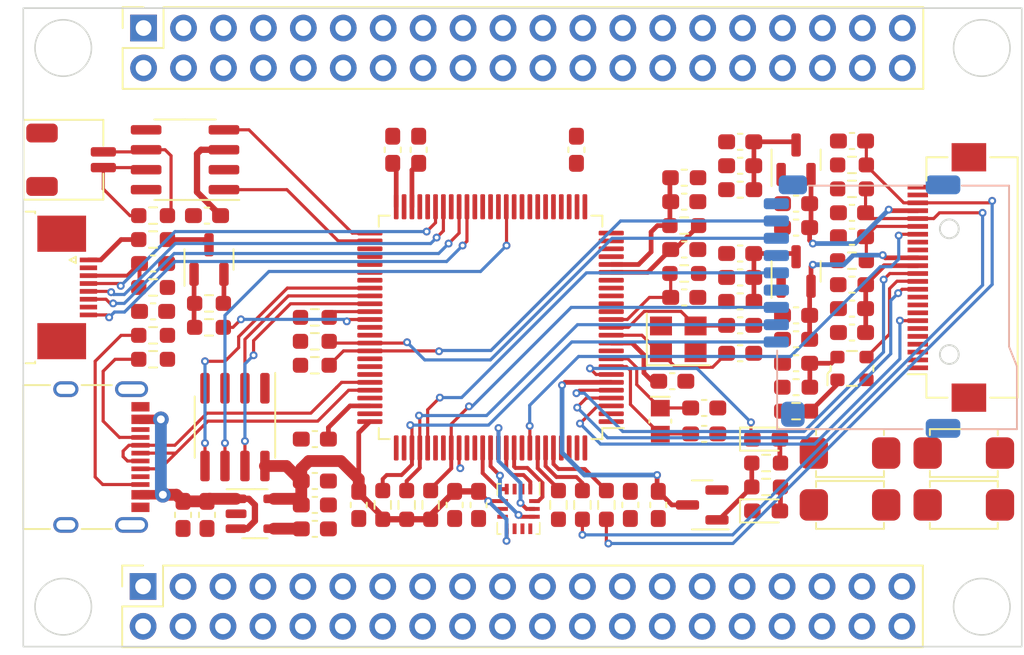
<source format=kicad_pcb>
(kicad_pcb (version 20211014) (generator pcbnew)
  (layers (0 "F.Cu" signal) (1 "In1.Cu" signal) (2 "In2.Cu" signal) (31 "B.Cu" signal) (34 "B.Paste" user) (35 "F.Paste" user) (36 "B.SilkS" user "B.Silkscreen") (37 "F.SilkS" user "F.Silkscreen") (38 "B.Mask" user) (39 "F.Mask" user) (44 "Edge.Cuts" user))
  (net 0 "")
  (net 1 "+3.3V")
  (net 2 "GND")
  (net 3 "/OV_RESET")
  (net 4 "Net-(C4-Pad1)")
  (net 5 "Net-(C5-Pad1)")
  (net 6 "Net-(C10-Pad1)")
  (net 7 "Net-(C7-Pad2)")
  (net 8 "+2V8")
  (net 9 "/1V3")
  (net 10 "Net-(C15-Pad1)")
  (net 11 "Net-(C16-Pad1)")
  (net 12 "/OSC_IN")
  (net 13 "/OSC32_IN")
  (net 14 "/OSC32_OUT")
  (net 15 "/VDDA")
  (net 16 "/VREF")
  (net 17 "/VBAT")
  (net 18 "/OSC_OUT")
  (net 19 "Net-(C31-Pad1)")
  (net 20 "Net-(C32-Pad1)")
  (net 21 "/RST")
  (net 22 "+5V")
  (net 23 "Net-(C38-Pad1)")
  (net 24 "Net-(C40-Pad1)")
  (net 25 "/VBAT_EXT")
  (net 26 "/PC13")
  (net 27 "Net-(D2-Pad2)")
  (net 28 "Net-(D3-Pad2)")
  (net 29 "/DCMI_VS")
  (net 30 "/PD14")
  (net 31 "/DCMI_HS")
  (net 32 "/DCMI_D7")
  (net 33 "Net-(J1-Pad13)")
  (net 34 "/DCMI_D6")
  (net 35 "/DCMI_D5")
  (net 36 "/DCMI_PCLK")
  (net 37 "/DCMI_D4")
  (net 38 "/DCMI_D0")
  (net 39 "/DCMI_D3")
  (net 40 "/DCMI_D1")
  (net 41 "/DCMI_D2")
  (net 122 "Net-(Q1-Pad1)")
  (net 123 "Net-(Q1-Pad3)")
  (net 124 "Net-(R1-Pad2)")
  (net 125 "Net-(R4-Pad1)")
  (net 126 "Net-(R5-Pad1)")
  (net 127 "/PB8")
  (net 128 "/PB9")
  (net 129 "/BOOT0")
  (net 130 "/CAN_H")
  (net 131 "/PC9")
  (net 132 "/CAN_L")
  (net 133 "/PC8")
  (net 134 "/PD2")
  (net 135 "/PC11")
  (net 136 "/PC10")
  (net 137 "/PD15")
  (net 138 "Net-(R25-Pad2)")
  (net 139 "/PC12")
  (net 141 "/KEY_A")
  (net 142 "/KEY_B")
  (net 143 "/PE15")
  (net 144 "/PE14")
  (net 145 "/PE12")
  (net 146 "/PE11")
  (net 147 "/CAN_RX")
  (net 150 "/CAN_TX")
  (net 154 "/PE2")
  (net 155 "/PE3")
  (net 156 "/PC0")
  (net 157 "/PC1")
  (net 158 "/PC2")
  (net 159 "/PC3")
  (net 160 "/PA0")
  (net 161 "/PA1")
  (net 162 "/PA2")
  (net 163 "/PA3")
  (net 164 "/PA5")
  (net 165 "/PA7")
  (net 166 "/PC4")
  (net 167 "/PC5")
  (net 168 "/PB0")
  (net 169 "/PB1")
  (net 170 "/PB2")
  (net 171 "/PE7")
  (net 172 "/PE8")
  (net 173 "/PE9")
  (net 174 "/PE10")
  (net 175 "/PE13")
  (net 176 "/PB10")
  (net 177 "/PB11")
  (net 178 "/PB14")
  (net 179 "/PB15")
  (net 180 "/PD8")
  (net 181 "/PD9")
  (net 182 "/PD10")
  (net 183 "/PD11")
  (net 184 "/PD12")
  (net 185 "/PD13")
  (net 186 "/PA8")
  (net 187 "/PA9")
  (net 188 "/PA10")
  (net 189 "/PA11")
  (net 190 "/PA12")
  (net 191 "/SWDIO")
  (net 192 "/SWCLK")
  (net 193 "/PA15")
  (net 194 "/PD0")
  (net 195 "/PD1")
  (net 196 "/PD4")
  (net 197 "/PD5")
  (net 198 "/PD6")
  (net 199 "/PD7")
  (net 200 "/PB3")
  (net 201 "/PB4")
  (net 202 "/PB5")
  (net 203 "/PB6")
  (footprint "Inductor_SMD:L_0603_1608Metric_Pad1.05x0.95mm_HandSolder" (layer "F.Cu") (at 140.335 128.0922)
    (fp_text reference "L3" hide)
    (fp_text value "500Ω@100MHz" hide)
  )
  (footprint "Resistor_SMD:R_0603_1608Metric_Pad0.98x0.95mm_HandSolder" (layer "F.Cu") (at 112.014 142.113 90)
    (fp_text reference "R18" hide)
    (fp_text value "10K" hide)
  )
  (footprint "Resistor_SMD:R_0603_1608Metric_Pad0.98x0.95mm_HandSolder" (layer "F.Cu") (at 99.441 129.286 180)
    (fp_text reference "R23" hide)
    (fp_text value "10K" hide)
  )
  (footprint "Resistor_SMD:R_0603_1608Metric_Pad0.98x0.95mm_HandSolder" (layer "F.Cu") (at 95.885 123.698)
    (fp_text reference "R13" hide)
    (fp_text value "120R" hide)
  )
  (footprint "Resistor_SMD:R_0603_1608Metric_Pad0.98x0.95mm_HandSolder" (layer "F.Cu") (at 95.885 128.27 180)
    (fp_text reference "R24" hide)
    (fp_text value "4.7K" hide)
  )
  (footprint "ADel:SW_3x4" (layer "F.Cu") (at 147.447 142.113)
    (fp_text reference "SW4" hide)
    (fp_text value "KEY" hide)
  )
  (footprint "Inductor_SMD:L_0603_1608Metric_Pad1.05x0.95mm_HandSolder" (layer "F.Cu") (at 133.223 129.159)
    (fp_text reference "L2" hide)
    (fp_text value "500Ω@100MHz" hide)
  )
  (footprint "Capacitor_SMD:C_0603_1608Metric_Pad1.08x0.95mm_HandSolder" (layer "F.Cu") (at 133.223 120.523 180)
    (fp_text reference "C4" hide)
    (fp_text value "10uF" hide)
  )
  (footprint "Package_LGA:Bosch_LGA-14_3x2.5mm_P0.5mm" (layer "F.Cu") (at 119.126 142.367 -90)
    (fp_text reference "U3" hide)
    (fp_text value "BMI270" hide)
  )
  (footprint "Capacitor_SMD:C_0603_1608Metric_Pad1.08x0.95mm_HandSolder" (layer "F.Cu") (at 99.314 142.748 -90)
    (fp_text reference "C37" hide)
    (fp_text value "100nF" hide)
  )
  (footprint "Capacitor_SMD:C_0603_1608Metric_Pad1.08x0.95mm_HandSolder" (layer "F.Cu") (at 115.062 142.113 -90)
    (fp_text reference "C1" hide)
    (fp_text value "100nF" hide)
  )
  (footprint "Capacitor_SMD:C_0603_1608Metric_Pad1.08x0.95mm_HandSolder" (layer "F.Cu") (at 106.172 143.637)
    (fp_text reference "C40" hide)
    (fp_text value "2.2uF" hide)
  )
  (footprint "Package_TO_SOT_SMD:SOT-23" (layer "F.Cu") (at 99.441 126.492 90)
    (fp_text reference "Q1" hide)
    (fp_text value "S8550" hide)
  )
  (footprint "Resistor_SMD:R_0603_1608Metric_Pad0.98x0.95mm_HandSolder" (layer "F.Cu") (at 140.335 120.4722 180)
    (fp_text reference "R7" hide)
    (fp_text value "4.7K" hide)
  )
  (footprint "Capacitor_SMD:C_0603_1608Metric_Pad1.08x0.95mm_HandSolder" (layer "F.Cu") (at 133.223 130.683)
    (fp_text reference "C27" hide)
    (fp_text value "20pF" hide)
  )
  (footprint "ADel:SW_3x4" (layer "F.Cu") (at 140.208 142.113)
    (fp_text reference "SW2" hide)
    (fp_text value "KEY" hide)
  )
  (footprint "Capacitor_SMD:C_0603_1608Metric_Pad1.08x0.95mm_HandSolder" (layer "F.Cu") (at 130.937 137.5918 180)
    (fp_text reference "C21" hide)
    (fp_text value "12pF" hide)
  )
  (footprint "Resistor_SMD:R_0603_1608Metric_Pad0.98x0.95mm_HandSolder" (layer "F.Cu") (at 140.335 121.9962 180)
    (fp_text reference "R6" hide)
    (fp_text value "4.7K" hide)
  )
  (footprint "Capacitor_SMD:C_0603_1608Metric_Pad1.08x0.95mm_HandSolder" (layer "F.Cu") (at 106.172 140.589)
    (fp_text reference "C39" hide)
    (fp_text value "100nF" hide)
  )
  (footprint "Crystal:Crystal_SMD_3225-4Pin_3.2x2.5mm" (layer "F.Cu") (at 129.286 131.572)
    (fp_text reference "Y1" hide)
    (fp_text value "25MHz" hide)
  )
  (footprint "Resistor_SMD:R_0603_1608Metric_Pad0.98x0.95mm_HandSolder" (layer "F.Cu") (at 110.49 142.113 90)
    (fp_text reference "R19" hide)
    (fp_text value "10K" hide)
  )
  (footprint "Capacitor_SMD:C_0603_1608Metric_Pad1.08x0.95mm_HandSolder" (layer "F.Cu") (at 140.335 123.5202 180)
    (fp_text reference "C15" hide)
    (fp_text value "100pF" hide)
  )
  (footprint "Package_TO_SOT_SMD:SOT-23" (layer "F.Cu") (at 136.779 127.254 90)
    (fp_text reference "U2" hide)
    (fp_text value "XC6206P132MR" hide)
  )
  (footprint "LED_SMD:LED_0603_1608Metric_Pad1.05x0.95mm_HandSolder" (layer "F.Cu") (at 134.874 142.494)
    (fp_text reference "D3" hide)
    (fp_text value "LED" hide)
  )
  (footprint "Capacitor_SMD:C_0603_1608Metric_Pad1.08x0.95mm_HandSolder" (layer "F.Cu") (at 122.809 119.507 90)
    (fp_text reference "C26" hide)
    (fp_text value "100nF" hide)
  )
  (footprint "Capacitor_SMD:C_0603_1608Metric_Pad1.08x0.95mm_HandSolder" (layer "F.Cu") (at 133.223 126.111 180)
    (fp_text reference "C9" hide)
    (fp_text value "100nF" hide)
  )
  (footprint "Package_TO_SOT_SMD:SOT-23" (layer "F.Cu") (at 130.81 142.113 180)
    (fp_text reference "D1" hide)
    (fp_text value "BAT54C" hide)
  )
  (footprint "Capacitor_SMD:C_0603_1608Metric_Pad1.08x0.95mm_HandSolder" (layer "F.Cu") (at 95.885 126.746)
    (fp_text reference "C38" hide)
    (fp_text value "4.7uF" hide)
  )
  (footprint "Resistor_SMD:R_0603_1608Metric_Pad0.98x0.95mm_HandSolder" (layer "F.Cu") (at 99.441 130.81 180)
    (fp_text reference "R20" hide)
    (fp_text value "1K" hide)
  )
  (footprint "Capacitor_SMD:C_0603_1608Metric_Pad1.08x0.95mm_HandSolder" (layer "F.Cu") (at 136.779 133.096)
    (fp_text reference "C7" hide)
    (fp_text value "100nF" hide)
  )
  (footprint "Resistor_SMD:R_0603_1608Metric_Pad0.98x0.95mm_HandSolder" (layer "F.Cu") (at 121.666 142.113 90)
    (fp_text reference "R11" hide)
    (fp_text value "10K" hide)
  )
  (footprint "ADel:TYPE-C-16PIN_SMD" (layer "F.Cu") (at 96.186 139.085 -90)
    (fp_text reference "USB1" hide)
    (fp_text value "Type_C_16PIN" hide)
  )
  (footprint "ADel:OV2640_FPC0.5MM_24P_REVERSE" (layer "F.Cu") (at 146.37 127.635 90)
    (fp_text reference "J1" hide)
    (fp_text value "OV2640" hide)
  )
  (footprint "Resistor_SMD:R_0603_1608Metric_Pad0.98x0.95mm_HandSolder" (layer "F.Cu") (at 123.19 142.113 90)
    (fp_text reference "R8" hide)
    (fp_text value "39R" hide)
  )
  (footprint "Package_QFP:LQFP-100_14x14mm_P0.5mm" (layer "F.Cu") (at 117.348 130.81 180)
    (fp_text reference "U4" hide)
    (fp_text value "STM32H7B0VBT6" hide)
  )
  (footprint "Resistor_SMD:R_0603_1608Metric_Pad0.98x0.95mm_HandSolder" (layer "F.Cu") (at 129.667 124.333)
    (fp_text reference "R10" hide)
    (fp_text value "0R" hide)
  )
  (footprint "Capacitor_SMD:C_0603_1608Metric_Pad1.08x0.95mm_HandSolder" (layer "F.Cu") (at 128.905 134.239)
    (fp_text reference "C20" hide)
    (fp_text value "100nF" hide)
  )
  (footprint "Package_TO_SOT_SMD:SOT-23-5" (layer "F.Cu") (at 102.362 142.674)
    (fp_text reference "U6" hide)
    (fp_text value "SPX3819M5-L-3-3" hide)
  )
  (footprint "Resistor_SMD:R_0603_1608Metric_Pad0.98x0.95mm_HandSolder" (layer "F.Cu") (at 106.172 130.175 180)
    (fp_text reference "R3" hide)
    (fp_text value "10K" hide)
  )
  (footprint "Resistor_SMD:R_0603_1608Metric_Pad0.98x0.95mm_HandSolder" (layer "F.Cu") (at 113.538 142.113 90)
    (fp_text reference "R17" hide)
    (fp_text value "10K" hide)
  )
  (footprint "Capacitor_SMD:C_0603_1608Metric_Pad1.08x0.95mm_HandSolder" (layer "F.Cu") (at 97.79 142.748 -90)
    (fp_text reference "C35" hide)
    (fp_text value "10uF" hide)
  )
  (footprint "Capacitor_SMD:C_0603_1608Metric_Pad1.08x0.95mm_HandSolder" (layer "F.Cu") (at 136.779 122.936 180)
    (fp_text reference "C11" hide)
    (fp_text value "10uF" hide)
  )
  (footprint "Capacitor_SMD:C_0603_1608Metric_Pad1.08x0.95mm_HandSolder" (layer "F.Cu") (at 126.238 142.113 -90)
    (fp_text reference "C19" hide)
    (fp_text value "100nF" hide)
  )
  (footprint "Capacitor_SMD:C_0603_1608Metric_Pad1.08x0.95mm_HandSolder" (layer "F.Cu") (at 95.885 129.794)
    (fp_text reference "C36" hide)
    (fp_text value "100nF" hide)
  )
  (footprint "Resistor_SMD:R_0603_1608Metric_Pad0.98x0.95mm_HandSolder" (layer "F.Cu") (at 95.885 131.318)
    (fp_text reference "R5" hide)
    (fp_text value "5.1K" hide)
  )
  (footprint "Capacitor_SMD:C_0603_1608Metric_Pad1.08x0.95mm_HandSolder" (layer "F.Cu") (at 128.016 142.113 -90)
    (fp_text reference "C25" hide)
    (fp_text value "100nF" hide)
  )
  (footprint "Capacitor_SMD:C_0603_1608Metric_Pad1.08x0.95mm_HandSolder" (layer "F.Cu") (at 116.586 142.113 -90)
    (fp_text reference "C3" hide)
    (fp_text value "100nF" hide)
  )
  (footprint "Inductor_SMD:L_0603_1608Metric_Pad1.05x0.95mm_HandSolder" (layer "F.Cu") (at 136.779 134.62)
    (fp_text reference "L4" hide)
    (fp_text value "500Ω@100MHz" hide)
  )
  (footprint "Capacitor_SMD:C_0603_1608Metric_Pad1.08x0.95mm_HandSolder" (layer "F.Cu") (at 106.172 142.113)
    (fp_text reference "C41" hide)
    (fp_text value "10uF" hide)
  )
  (footprint "Package_TO_SOT_SMD:SOT-23" (layer "F.Cu") (at 136.779 120.142 90)
    (fp_text reference "U1" hide)
    (fp_text value "XC6206P282MR" hide)
  )
  (footprint "Capacitor_SMD:C_0603_1608Metric_Pad1.08x0.95mm_HandSolder" (layer "F.Cu") (at 130.937 135.9408 180)
    (fp_text reference "C22" hide)
    (fp_text value "12pF" hide)
  )
  (footprint "Resistor_SMD:R_0603_1608Metric_Pad0.98x0.95mm_HandSolder" (layer "F.Cu") (at 106.172 133.223)
    (fp_text reference "R14" hide)
    (fp_text value "10K" hide)
  )
  (footprint "Capacitor_SMD:C_0603_1608Metric_Pad1.08x0.95mm_HandSolder" (layer "F.Cu") (at 140.335 118.9482 180)
    (fp_text reference "C16" hide)
    (fp_text value "100pF" hide)
  )
  (footprint "Crystal:Crystal_SMD_MicroCrystal_CM9V-T1A-2Pin_1.6x1.0mm_HandSoldering" (layer "F.Cu") (at 128.143 136.779 -90)
    (fp_text reference "Y2" hide)
    (fp_text value "32768" hide)
  )
  (footprint "Capacitor_SMD:C_0603_1608Metric_Pad1.08x0.95mm_HandSolder" (layer "F.Cu") (at 136.779 131.572 180)
    (fp_text reference "C14" hide)
    (fp_text value "100nF" hide)
  )
  (footprint "Capacitor_SMD:C_0603_1608Metric_Pad1.08x0.95mm_HandSolder" (layer "F.Cu") (at 133.223 127.635 180)
    (fp_text reference "C5" hide)
    (fp_text value "10uF" hide)
  )
  (footprint "Capacitor_SMD:C_0603_1608Metric_Pad1.08x0.95mm_HandSolder" (layer "F.Cu") (at 129.667 125.857)
    (fp_text reference "C29" hide)
    (fp_text value "100nF" hide)
  )
  (footprint "Capacitor_SMD:C_0603_1608Metric_Pad1.08x0.95mm_HandSolder" (layer "F.Cu") (at 112.776 119.507 90)
    (fp_text reference "C31" hide)
    (fp_text value "2.2uF" hide)
  )
  (footprint "Resistor_SMD:R_0603_1608Metric_Pad0.98x0.95mm_HandSolder" (layer "F.Cu") (at 106.172 131.699)
    (fp_text reference "R16" hide)
    (fp_text value "10K" hide)
  )
  (footprint "Package_SO:SOIC-8_3.9x4.9mm_P1.27mm" (layer "F.Cu") (at 97.917 120.142 180)
    (fp_text reference "U5" hide)
    (fp_text value "SN65HVD232" hide)
  )
  (footprint "Connector_PinSocket_2.54mm:PinSocket_2x20_P2.54mm_Vertical" (layer "F.Cu") (at 95.28 111.76 90)
    (fp_text reference "J3" hide)
    (fp_text value "Conn_02x20_Counter_Clockwise" hide)
  )
  (footprint "Capacitor_SMD:C_0603_1608Metric_Pad1.08x0.95mm_HandSolder" (layer "F.Cu") (at 99.314 123.698 180)
    (fp_text reference "C34" hide)
    (fp_text value "100nF" hide)
  )
  (footprint "Capacitor_SMD:C_0603_1608Metric_Pad1.08x0.95mm_HandSolder" (layer "F.Cu") (at 140.335 129.6162 180)
    (fp_text reference "C10" hide)
    (fp_text value "100nF" hide)
  )
  (footprint "Resistor_SMD:R_0603_1608Metric_Pad0.98x0.95mm_HandSolder" (layer "F.Cu") (at 95.885 132.842)
    (fp_text reference "R4" hide)
    (fp_text value "5.1K" hide)
  )
  (footprint "Capacitor_SMD:C_0603_1608Metric_Pad1.08x0.95mm_HandSolder" (layer "F.Cu") (at 140.335 131.1402 180)
    (fp_text reference "C6" hide)
    (fp_text value "10uF" hide)
  )
  (footprint "Inductor_SMD:L_0603_1608Metric_Pad1.05x0.95mm_HandSolder" (layer "F.Cu") (at 129.667 121.285 180)
    (fp_text reference "L5" hide)
    (fp_text value "500Ω@100MHz" hide)
  )
  (footprint "Package_SO:SOIC-8_3.9x4.9mm_P1.27mm" (layer "F.Cu") (at 101.092 137.16 -90)
    (fp_text reference "U7" hide)
    (fp_text value "W25QXX_FLASH" hide)
  )
  (footprint "Capacitor_SMD:C_0603_1608Metric_Pad1.08x0.95mm_HandSolder" (layer "F.Cu") (at 129.667 122.809)
    (fp_text reference "C28" hide)
    (fp_text value "100nF" hide)
  )
  (footprint "Resistor_SMD:R_0603_1608Metric_Pad0.98x0.95mm_HandSolder" (layer "F.Cu") (at 124.714 142.113 90)
    (fp_text reference "R9" hide)
    (fp_text value "39R" hide)
  )
  (footprint "Capacitor_SMD:C_0603_1608Metric_Pad1.08x0.95mm_HandSolder" (layer "F.Cu") (at 140.335 125.0442 180)
    (fp_text reference "C2" hide)
    (fp_text value "1uF" hide)
  )
  (footprint "ADel:SW_3x4" (layer "F.Cu") (at 147.447 138.811)
    (fp_text reference "SW3" hide)
    (fp_text value "KEY" hide)
  )
  (footprint "Resistor_SMD:R_0603_1608Metric_Pad0.98x0.95mm_HandSolder" (layer "F.Cu") (at 134.874 139.446)
    (fp_text reference "R21" hide)
    (fp_text value "2K" hide)
  )
  (footprint "Capacitor_SMD:C_0603_1608Metric_Pad1.08x0.95mm_HandSolder" (layer "F.Cu") (at 129.667 128.905)
    (fp_text reference "C33" hide)
    (fp_text value "100nF" hide)
  )
  (footprint "Capacitor_SMD:C_0603_1608Metric_Pad1.08x0.95mm_HandSolder" (layer "F.Cu") (at 106.172 137.922 180)
    (fp_text reference "C32" hide)
    (fp_text value "2.2uF" hide)
  )
  (footprint "Resistor_SMD:R_0603_1608Metric_Pad0.98x0.95mm_HandSolder" (layer "F.Cu") (at 140.335 126.5682)
    (fp_text reference "R2" hide)
    (fp_text value "10K" hide)
  )
  (footprint "Capacitor_SMD:C_0603_1608Metric_Pad1.08x0.95mm_HandSolder" (layer "F.Cu") (at 136.779 124.46 180)
    (fp_text reference "C13" hide)
    (fp_text value "100nF" hide)
  )
  (footprint "Connector_PinSocket_2.54mm:PinSocket_2x20_P2.54mm_Vertical" (layer "F.Cu") (at 95.25 147.3 90)
    (fp_text reference "J2" hide)
    (fp_text value "Conn_02x20_Counter_Clockwise" hide)
  )
  (footprint "ADel:SH1.0_01x02P_WT" (layer "F.Cu") (at 92.721 120.142 -90)
    (fp_text reference "J4" hide)
    (fp_text value "Conn_01x02_Male" hide)
  )
  (footprint "Oscillator:Oscillator_SMD_ECS_2520MV-xxx-xx-4Pin_2.5x2.0mm" (layer "F.Cu") (at 140.335 133.4262 90)
    (fp_text reference "X1" hide)
    (fp_text value "24M有源晶振2520" hide)
  )
  (footprint "Resistor_SMD:R_0603_1608Metric_Pad0.98x0.95mm_HandSolder" (layer "F.Cu") (at 95.885 125.222 180)
    (fp_text reference "R25" hide)
    (fp_text value "10R" hide)
  )
  (footprint "ADel:SW_3x4" (layer "F.Cu") (at 140.208 138.811 180)
    (fp_text reference "SW1" hide)
    (fp_text value "KEY" hide)
  )
  (footprint "Resistor_SMD:R_0603_1608Metric_Pad0.98x0.95mm_HandSolder" (layer "F.Cu") (at 129.667 127.381 180)
    (fp_text reference "R12" hide)
    (fp_text value "10K" hide)
  )
  (footprint "Resistor_SMD:R_0603_1608Metric_Pad0.98x0.95mm_HandSolder" (layer "F.Cu") (at 136.779 136.144)
    (fp_text reference "R1" hide)
    (fp_text value "10K" hide)
  )
  (footprint "Capacitor_SMD:C_0603_1608Metric_Pad1.08x0.95mm_HandSolder" (layer "F.Cu") (at 133.223 132.461 180)
    (fp_text reference "C18" hide)
    (fp_text value "20pF" hide)
  )
  (footprint "Resistor_SMD:R_0603_1608Metric_Pad0.98x0.95mm_HandSolder" (layer "F.Cu") (at 134.874 140.97)
    (fp_text reference "R22" hide)
    (fp_text value "2K" hide)
  )
  (footprint "Connector_FFC-FPC:TE_0-1734839-8_1x08-1MP_P0.5mm_Horizontal" (layer "F.Cu") (at 90.424 128.27 -90)
    (fp_text reference "TFT1" hide)
    (fp_text value "0.96IPS_8PFPC0.5MM" hide)
  )
  (footprint "Capacitor_SMD:C_0603_1608Metric_Pad1.08x0.95mm_HandSolder" (layer "F.Cu") (at 133.223 118.999 180)
    (fp_text reference "C8" hide)
    (fp_text value "100nF" hide)
  )
  (footprint "Capacitor_SMD:C_0603_1608Metric_Pad1.08x0.95mm_HandSolder" (layer "F.Cu") (at 108.966 142.113 -90)
    (fp_text reference "C17" hide)
    (fp_text value "100nF" hide)
  )
  (footprint "LED_SMD:LED_0603_1608Metric_Pad1.05x0.95mm_HandSolder" (layer "F.Cu") (at 134.874 137.922)
    (fp_text reference "D2" hide)
    (fp_text value "LED" hide)
  )
  (footprint "Capacitor_SMD:C_0603_1608Metric_Pad1.08x0.95mm_HandSolder" (layer "F.Cu") (at 111.125 119.507 90)
    (fp_text reference "C30" hide)
    (fp_text value "100nF" hide)
  )
  (footprint "Capacitor_SMD:C_0603_1608Metric_Pad1.08x0.95mm_HandSolder" (layer "F.Cu") (at 136.779 130.048 180)
    (fp_text reference "C12" hide)
    (fp_text value "10uF" hide)
  )
  (footprint "Inductor_SMD:L_0603_1608Metric_Pad1.05x0.95mm_HandSolder" (layer "F.Cu") (at 133.223 122.047)
    (fp_text reference "L1" hide)
    (fp_text value "500Ω@100MHz" hide)
  )
  (footprint "ADel:TF_CARD" (layer "B.Cu") (at 136.0742 129.54 -90)
    (fp_text reference "SD1" hide)
    (fp_text value "TF-Card" hide)
    (fp_circle (center 3 -10.45) (end 3.6 -10.45) (layer "Edge.Cuts") (width 0.12) (fill none))
    (fp_circle (center -5 -10.45) (end -4.4 -10.45) (layer "Edge.Cuts") (width 0.12) (fill none))
  )
  (gr_circle (center 148.59 148.59) (end 149.86 149.86) (layer "Edge.Cuts") (width 0.1) (fill none))
  (gr_circle (center 90.17 113.03) (end 91.44 114.3) (layer "Edge.Cuts") (width 0.1) (fill none))
  (gr_circle (center 148.59 113.03) (end 149.86 114.3) (layer "Edge.Cuts") (width 0.1) (fill none))
  (gr_circle (center 90.17 148.59) (end 91.44 149.86) (layer "Edge.Cuts") (width 0.1) (fill none))
  (gr_rect (start 87.63 110.49) (end 151.13 151.13) (layer "Edge.Cuts") (width 0.1) (fill none))
  (segment (start 117.2025 141.867) (end 116.586 141.2505) (width 0.25) (layer "F.Cu") (net 1))
  (segment (start 113.538 142.7745) (end 115.062 141.2505) (width 0.4) (layer "F.Cu") (net 1))
  (segment (start 127.1016 133.7056) (end 127.635 134.239) (width 0.3) (layer "F.Cu") (net 1))
  (segment (start 109.673 136.81) (end 108.966 137.517) (width 0.3) (layer "F.Cu") (net 1))
  (segment (start 108.966 137.517) (end 108.966 141.2505) (width 0.3) (layer "F.Cu") (net 1))
  (segment (start 110.49 142.875) (end 110.49 143.0255) (width 0.4) (layer "F.Cu") (net 1))
  (segment (start 127.635 134.239) (end 128.0425 134.239) (width 0.3) (layer "F.Cu") (net 1))
  (segment (start 131.8685 143.063) (end 133.9615 140.97) (width 0.3) (layer "F.Cu") (net 1))
  (segment (start 108.966 140.462) (end 108.966 141.2505) (width 0.75) (layer "F.Cu") (net 1))
  (segment (start 104.3555 139.635) (end 105.3095 140.589) (width 0.75) (layer "F.Cu") (net 1))
  (segment (start 102.997 139.635) (end 104.3555 139.635) (width 0.75) (layer "F.Cu") (net 1))
  (segment (start 98.933 119.507) (end 98.679 119.761) (width 0.4) (layer "F.Cu") (net 1))
  (segment (start 108.966 141.351) (end 110.49 142.875) (width 0.4) (layer "F.Cu") (net 1))
  (segment (start 125.023 131.81) (end 126.349 131.81) (width 0.3) (layer "F.Cu") (net 1))
  (segment (start 105.3095 140.589) (end 105.3095 139.8005) (width 0.75) (layer "F.Cu") (net 1))
  (segment (start 115.062 141.2505) (end 116.586 141.2505) (width 0.4) (layer "F.Cu") (net 1))
  (segment (start 98.679 122.2005) (end 100.1765 123.698) (width 0.4) (layer "F.Cu") (net 1))
  (segment (start 118.376 144.387) (end 118.364 144.399) (width 0.25) (layer "F.Cu") (net 1))
  (segment (start 100.391 127.4295) (end 100.391 129.2485) (width 0.3) (layer "F.Cu") (net 1))
  (segment (start 100.392 119.507) (end 98.933 119.507) (width 0.4) (layer "F.Cu") (net 1))
  (segment (start 100.391 129.2485) (end 100.3535 129.286) (width 0.3) (layer "F.Cu") (net 1))
  (segment (start 108.966 141.2505) (end 108.966 141.351) (width 0.4) (layer "F.Cu") (net 1))
  (segment (start 111.348 123.135) (end 111.348 120.4005) (width 0.3) (layer "F.Cu") (net 1))
  (segment (start 118.376 143.6295) (end 118.376 144.387) (width 0.25) (layer "F.Cu") (net 1))
  (segment (start 98.679 119.761) (end 98.679 122.2005) (width 0.4) (layer "F.Cu") (net 1))
  (segment (start 133.9615 140.97) (end 133.9615 139.446) (width 0.3) (layer "F.Cu") (net 1))
  (segment (start 126.349 131.81) (end 127.1016 132.5626) (width 0.3) (layer "F.Cu") (net 1))
  (segment (start 105.3095 142.113) (end 105.3095 140.589) (width 0.75) (layer "F.Cu") (net 1))
  (segment (start 127.1016 132.5626) (end 127.1016 133.7056) (width 0.3) (layer "F.Cu") (net 1))
  (segment (start 104.9205 141.724) (end 105.3095 142.113) (width 0.75) (layer "F.Cu") (net 1))
  (segment (start 110.49 143.0255) (end 113.538 143.0255) (width 0.4) (layer "F.Cu") (net 1))
  (segment (start 105.3095 139.8005) (end 105.791 139.319) (width 0.75) (layer "F.Cu") (net 1))
  (segment (start 103.562 141.724) (end 104.9205 141.724) (width 0.75) (layer "F.Cu") (net 1))
  (segment (start 107.823 139.319) (end 108.966 140.462) (width 0.75) (layer "F.Cu") (net 1))
  (segment (start 131.7475 143.063) (end 131.8685 143.063) (width 0.3) (layer "F.Cu") (net 1))
  (segment (start 113.538 143.0255) (end 113.538 142.7745) (width 0.4) (layer "F.Cu") (net 1))
  (segment (start 118.1135 141.867) (end 117.2025 141.867) (width 0.25) (layer "F.Cu") (net 1))
  (segment (start 105.791 139.319) (end 107.823 139.319) (width 0.75) (layer "F.Cu") (net 1))
  (via (at 118.364 144.399) (size 0.5) (drill 0.25) (layers "F.Cu" "B.Cu") (net 1))
  (via (at 117.2025 141.867) (size 0.5) (drill 0.25) (layers "F.Cu" "B.Cu") (net 1))
  (segment (start 118.364 144.399) (end 118.364 143.0285) (width 0.25) (layer "B.Cu") (net 1))
  (segment (start 118.364 143.0285) (end 117.2025 141.867) (width 0.25) (layer "B.Cu") (net 1))
  (segment (start 141.2475 126.5682) (end 141.2475 125.0942) (width 0.2) (layer "F.Cu") (net 3))
  (segment (start 141.8567 124.385) (end 144.52 124.385) (width 0.2) (layer "F.Cu") (net 3))
  (segment (start 141.2475 125.0942) (end 141.1975 125.0442) (width 0.2) (layer "F.Cu") (net 3))
  (segment (start 141.1975 125.0442) (end 141.8567 124.385) (width 0.2) (layer "F.Cu") (net 3))
  (segment (start 134.0855 118.999) (end 136.5735 118.999) (width 0.3) (layer "F.Cu") (net 4))
  (segment (start 134.098 119.0115) (end 134.0855 118.999) (width 0.3) (layer "F.Cu") (net 4))
  (segment (start 134.098 122.047) (end 134.098 119.0115) (width 0.3) (layer "F.Cu") (net 4))
  (segment (start 136.5735 118.999) (end 136.779 119.2045) (width 0.3) (layer "F.Cu") (net 4))
  (segment (start 134.098 126.1235) (end 134.0855 126.111) (width 0.3) (layer "F.Cu") (net 5))
  (segment (start 136.5735 126.111) (end 136.779 126.3165) (width 0.3) (layer "F.Cu") (net 5))
  (segment (start 134.0855 126.111) (end 136.5735 126.111) (width 0.3) (layer "F.Cu") (net 5))
  (segment (start 134.098 129.159) (end 134.098 126.1235) (width 0.3) (layer "F.Cu") (net 5))
  (segment (start 141.21 128.0922) (end 141.21 131.1277) (width 0.3) (layer "F.Cu") (net 6))
  (segment (start 141.21 128.063281) (end 141.21 128.0922) (width 0.3) (layer "F.Cu") (net 6))
  (segment (start 144.52 126.885) (end 142.388281 126.885) (width 0.3) (layer "F.Cu") (net 6))
  (segment (start 142.388281 126.885) (end 141.21 128.063281) (width 0.3) (layer "F.Cu") (net 6))
  (segment (start 141.21 131.1277) (end 141.1975 131.1402) (width 0.3) (layer "F.Cu") (net 6))
  (segment (start 137.6415 133.096) (end 139.0152 133.096) (width 0.3) (layer "F.Cu") (net 7))
  (segment (start 137.654 133.1085) (end 137.6415 133.096) (width 0.3) (layer "F.Cu") (net 7))
  (segment (start 137.654 134.62) (end 137.654 133.1085) (width 0.3) (layer "F.Cu") (net 7))
  (segment (start 139.0152 133.096) (end 139.41 132.7012) (width 0.3) (layer "F.Cu") (net 7))
  (segment (start 137.729 121.0795) (end 137.729 124.3725) (width 0.3) (layer "F.Cu") (net 8))
  (segment (start 137.6415 125.2717) (end 137.8458 125.476) (width 0.3) (layer "F.Cu") (net 8))
  (segment (start 137.6415 124.46) (end 137.6415 125.2717) (width 0.3) (layer "F.Cu") (net 8))
  (segment (start 142.6718 123.317) (end 142.7398 123.385) (width 0.3) (layer "F.Cu") (net 8))
  (segment (start 137.729 124.3725) (end 137.6415 124.46) (width 0.3) (layer "F.Cu") (net 8))
  (segment (start 142.7398 123.385) (end 144.52 123.385) (width 0.3) (layer "F.Cu") (net 8))
  (via (at 142.6718 123.317) (size 0.5) (drill 0.25) (layers "F.Cu" "B.Cu") (net 8))
  (via (at 137.8458 125.476) (size 0.5) (drill 0.25) (layers "F.Cu" "B.Cu") (net 8))
  (segment (start 137.8458 125.476) (end 140.5128 125.476) (width 0.3) (layer "B.Cu") (net 8))
  (segment (start 140.5128 125.476) (end 142.6718 123.317) (width 0.3) (layer "B.Cu") (net 8))
  (segment (start 137.6415 131.572) (end 137.6415 128.279) (width 0.3) (layer "F.Cu") (net 9))
  (segment (start 137.6415 128.279) (end 137.729 128.1915) (width 0.3) (layer "F.Cu") (net 9))
  (segment (start 137.729 128.1915) (end 137.729 126.939) (width 0.3) (layer "F.Cu") (net 9))
  (segment (start 142.2908 126.2126) (end 142.4632 126.385) (width 0.3) (layer "F.Cu") (net 9))
  (segment (start 137.729 126.939) (end 137.8458 126.8222) (width 0.3) (layer "F.Cu") (net 9))
  (segment (start 142.4632 126.385) (end 144.52 126.385) (width 0.3) (layer "F.Cu") (net 9))
  (via (at 142.2908 126.2126) (size 0.5) (drill 0.25) (layers "F.Cu" "B.Cu") (net 9))
  (via (at 137.8458 126.8222) (size 0.5) (drill 0.25) (layers "F.Cu" "B.Cu") (net 9))
  (segment (start 140.4239 126.2126) (end 139.8143 126.8222) (width 0.3) (layer "B.Cu") (net 9))
  (segment (start 142.2908 126.2126) (end 140.4239 126.2126) (width 0.3) (layer "B.Cu") (net 9))
  (segment (start 139.8143 126.8222) (end 137.8458 126.8222) (width 0.3) (layer "B.Cu") (net 9))
  (segment (start 141.1975 123.5202) (end 141.1975 122.0462) (width 0.2) (layer "F.Cu") (net 10))
  (segment (start 145.8976 123.5202) (end 145.5328 123.885) (width 0.2) (layer "F.Cu") (net 10))
  (segment (start 148.6408 123.5202) (end 145.8976 123.5202) (width 0.2) (layer "F.Cu") (net 10))
  (segment (start 123.19 143.0255) (end 123.19 144.018) (width 0.2) (layer "F.Cu") (net 10))
  (segment (start 141.5623 123.885) (end 141.1975 123.5202) (width 0.2) (layer "F.Cu") (net 10))
  (segment (start 141.1975 122.0462) (end 141.2475 121.9962) (width 0.2) (layer "F.Cu") (net 10))
  (segment (start 144.52 123.885) (end 141.5623 123.885) (width 0.2) (layer "F.Cu") (net 10))
  (segment (start 145.5328 123.885) (end 144.52 123.885) (width 0.2) (layer "F.Cu") (net 10))
  (via (at 148.6408 123.5202) (size 0.5) (drill 0.25) (layers "F.Cu" "B.Cu") (net 10))
  (via (at 123.19 144.018) (size 0.5) (drill 0.25) (layers "F.Cu" "B.Cu") (net 10))
  (segment (start 123.19 144.018) (end 132.746606 144.018) (width 0.2) (layer "B.Cu") (net 10))
  (segment (start 132.746606 144.018) (end 148.6408 128.123806) (width 0.2) (layer "B.Cu") (net 10))
  (segment (start 148.6408 128.123806) (end 148.6408 123.5202) (width 0.2) (layer "B.Cu") (net 10))
  (segment (start 141.2475 118.9982) (end 141.1975 118.9482) (width 0.2) (layer "F.Cu") (net 11))
  (segment (start 143.620978 122.885) (end 141.2475 120.511522) (width 0.2) (layer "F.Cu") (net 11))
  (segment (start 149.2504 122.7582) (end 149.1236 122.885) (width 0.2) (layer "F.Cu") (net 11))
  (segment (start 141.2475 120.4722) (end 141.2475 118.9982) (width 0.2) (layer "F.Cu") (net 11))
  (segment (start 144.52 122.885) (end 143.620978 122.885) (width 0.2) (layer "F.Cu") (net 11))
  (segment (start 124.714 143.0255) (end 124.714 144.4405) (width 0.2) (layer "F.Cu") (net 11))
  (segment (start 141.2475 120.511522) (end 141.2475 120.4722) (width 0.2) (layer "F.Cu") (net 11))
  (segment (start 124.714 144.4405) (end 124.841 144.5675) (width 0.2) (layer "F.Cu") (net 11))
  (segment (start 149.1236 122.885) (end 144.52 122.885) (width 0.2) (layer "F.Cu") (net 11))
  (via (at 149.2504 122.7582) (size 0.5) (drill 0.25) (layers "F.Cu" "B.Cu") (net 11))
  (via (at 124.841 144.5675) (size 0.5) (drill 0.25) (layers "F.Cu" "B.Cu") (net 11))
  (segment (start 149.2504 128.079212) (end 149.2504 122.7582) (width 0.2) (layer "B.Cu") (net 11))
  (segment (start 132.762112 144.5675) (end 149.2504 128.079212) (width 0.2) (layer "B.Cu") (net 11))
  (segment (start 124.841 144.5675) (end 132.762112 144.5675) (width 0.2) (layer "B.Cu") (net 11))
  (segment (start 128.086 132.422) (end 128.186 132.422) (width 0.2) (layer "F.Cu") (net 12))
  (segment (start 131.4704 133.35) (end 132.3594 132.461) (width 0.2) (layer "F.Cu") (net 12))
  (segment (start 129.114 133.35) (end 131.4704 133.35) (width 0.2) (layer "F.Cu") (net 12))
  (segment (start 126.974 131.31) (end 128.086 132.422) (width 0.2) (layer "F.Cu") (net 12))
  (segment (start 128.186 132.422) (end 129.114 133.35) (width 0.2) (layer "F.Cu") (net 12))
  (segment (start 132.3594 132.461) (end 132.3605 132.461) (width 0.2) (layer "F.Cu") (net 12))
  (segment (start 125.023 131.31) (end 126.974 131.31) (width 0.2) (layer "F.Cu") (net 12))
  (segment (start 128.1552 137.5918) (end 128.143 137.604) (width 0.2) (layer "F.Cu") (net 13))
  (segment (start 130.0745 137.5918) (end 128.1552 137.5918) (width 0.2) (layer "F.Cu") (net 13))
  (segment (start 126.24488 135.71908) (end 128.1298 137.604) (width 0.2) (layer "F.Cu") (net 13))
  (segment (start 126.24488 133.56008) (end 126.24488 135.71908) (width 0.2) (layer "F.Cu") (net 13))
  (segment (start 125.023 133.31) (end 125.9948 133.31) (width 0.2) (layer "F.Cu") (net 13))
  (segment (start 128.1298 137.604) (end 128.143 137.604) (width 0.2) (layer "F.Cu") (net 13))
  (segment (start 125.9948 133.31) (end 126.24488 133.56008) (width 0.2) (layer "F.Cu") (net 13))
  (segment (start 126.6444 133.3754) (end 126.6444 134.4554) (width 0.2) (layer "F.Cu") (net 14))
  (segment (start 130.0745 135.9408) (end 128.1562 135.9408) (width 0.2) (layer "F.Cu") (net 14))
  (segment (start 125.023 132.81) (end 126.079 132.81) (width 0.2) (layer "F.Cu") (net 14))
  (segment (start 128.1562 135.9408) (end 128.143 135.954) (width 0.2) (layer "F.Cu") (net 14))
  (segment (start 126.6444 134.4554) (end 128.143 135.954) (width 0.2) (layer "F.Cu") (net 14))
  (segment (start 126.079 132.81) (end 126.6444 133.3754) (width 0.2) (layer "F.Cu") (net 14))
  (segment (start 126.7582 126.81) (end 127.5588 126.0094) (width 0.3) (layer "F.Cu") (net 15))
  (segment (start 128.7545 124.333) (end 128.7545 121.3225) (width 0.3) (layer "F.Cu") (net 15))
  (segment (start 127.9652 124.333) (end 128.7545 124.333) (width 0.3) (layer "F.Cu") (net 15))
  (segment (start 125.023 126.81) (end 126.7582 126.81) (width 0.3) (layer "F.Cu") (net 15))
  (segment (start 127.5588 126.0094) (end 127.5588 124.7394) (width 0.3) (layer "F.Cu") (net 15))
  (segment (start 128.7545 121.3225) (end 128.792 121.285) (width 0.3) (layer "F.Cu") (net 15))
  (segment (start 127.5588 124.7394) (end 127.9652 124.333) (width 0.3) (layer "F.Cu") (net 15))
  (segment (start 129.0555 125.857) (end 130.5795 124.333) (width 0.3) (layer "F.Cu") (net 16))
  (segment (start 125.023 127.31) (end 127.3515 127.31) (width 0.3) (layer "F.Cu") (net 16))
  (segment (start 127.3515 127.31) (end 128.8045 125.857) (width 0.3) (layer "F.Cu") (net 16))
  (segment (start 128.8045 125.857) (end 129.0555 125.857) (width 0.3) (layer "F.Cu") (net 16))
  (segment (start 122.0776 134.31) (end 125.023 134.31) (width 0.3) (layer "F.Cu") (net 17))
  (segment (start 121.8946 134.493) (end 122.0776 134.31) (width 0.3) (layer "F.Cu") (net 17))
  (segment (start 128.8785 142.113) (end 128.016 141.2505) (width 0.3) (layer "F.Cu") (net 17))
  (segment (start 127.9398 141.1743) (end 128.016 141.2505) (width 0.3) (layer "F.Cu") (net 17))
  (segment (start 129.8725 142.113) (end 128.8785 142.113) (width 0.3) (layer "F.Cu") (net 17))
  (segment (start 127.9398 140.208) (end 127.9398 141.1743) (width 0.3) (layer "F.Cu") (net 17))
  (via (at 127.9398 140.208) (size 0.5) (drill 0.25) (layers "F.Cu" "B.Cu") (net 17))
  (via (at 121.8946 134.493) (size 0.5) (drill 0.25) (layers "F.Cu" "B.Cu") (net 17))
  (segment (start 121.8946 138.7856) (end 123.317 140.208) (width 0.3) (layer "B.Cu") (net 17))
  (segment (start 123.317 140.208) (end 127.9398 140.208) (width 0.3) (layer "B.Cu") (net 17))
  (segment (start 121.8946 134.493) (end 121.8946 138.7856) (width 0.3) (layer "B.Cu") (net 17))
  (segment (start 126.111 130.81) (end 127.127 129.794) (width 0.2) (layer "F.Cu") (net 18))
  (segment (start 129.458 129.794) (end 130.386 130.722) (width 0.2) (layer "F.Cu") (net 18))
  (segment (start 127.127 129.794) (end 129.458 129.794) (width 0.2) (layer "F.Cu") (net 18))
  (segment (start 130.386 130.722) (end 132.3215 130.722) (width 0.2) (layer "F.Cu") (net 18))
  (segment (start 132.3215 130.722) (end 132.3605 130.683) (width 0.2) (layer "F.Cu") (net 18))
  (segment (start 125.023 130.81) (end 126.111 130.81) (width 0.2) (layer "F.Cu") (net 18))
  (segment (start 112.348 123.135) (end 112.348 120.7975) (width 0.3) (layer "F.Cu") (net 19))
  (segment (start 112.348 120.7975) (end 112.776 120.3695) (width 0.3) (layer "F.Cu") (net 19))
  (segment (start 107.0345 137.1865) (end 107.0345 137.922) (width 0.3) (layer "F.Cu") (net 20))
  (segment (start 108.411 135.81) (end 107.0345 137.1865) (width 0.3) (layer "F.Cu") (net 20))
  (segment (start 109.673 135.81) (end 108.411 135.81) (width 0.3) (layer "F.Cu") (net 20))
  (segment (start 128.8045 128.905) (end 128.8045 127.431) (width 0.2) (layer "F.Cu") (net 21))
  (segment (start 128.8045 127.431) (end 128.7545 127.381) (width 0.2) (layer "F.Cu") (net 21))
  (segment (start 127.450994 128.905) (end 128.8045 128.905) (width 0.2) (layer "F.Cu") (net 21))
  (segment (start 126.045994 130.31) (end 127.450994 128.905) (width 0.2) (layer "F.Cu") (net 21))
  (segment (start 125.023 130.31) (end 126.045994 130.31) (width 0.2) (layer "F.Cu") (net 21))
  (segment (start 101.973 141.724) (end 102.362 142.113) (width 0.4) (layer "F.Cu") (net 22))
  (segment (start 102.362 143.129) (end 101.867 143.624) (width 0.4) (layer "F.Cu") (net 22))
  (segment (start 95.081 141.465) (end 96.507 141.465) (width 0.6) (layer "F.Cu") (net 22))
  (segment (start 95.081 136.665) (end 96.38 136.665) (width 0.6) (layer "F.Cu") (net 22))
  (segment (start 96.507 141.465) (end 97.3695 141.465) (width 0.75) (layer "F.Cu") (net 22))
  (segment (start 101.162 141.724) (end 101.973 141.724) (width 0.4) (layer "F.Cu") (net 22))
  (segment (start 101.162 141.724) (end 99.4755 141.724) (width 0.75) (layer "F.Cu") (net 22))
  (segment (start 102.362 142.113) (end 102.362 143.129) (width 0.4) (layer "F.Cu") (net 22))
  (segment (start 97.79 141.8855) (end 99.314 141.8855) (width 0.75) (layer "F.Cu") (net 22))
  (segment (start 97.3695 141.465) (end 97.79 141.8855) (width 0.75) (layer "F.Cu") (net 22))
  (segment (start 101.867 143.624) (end 101.162 143.624) (width 0.4) (layer "F.Cu") (net 22))
  (segment (start 99.4755 141.724) (end 99.314 141.8855) (width 0.75) (layer "F.Cu") (net 22))
  (via (at 96.507 141.465) (size 1) (drill 0.5) (layers "F.Cu" "B.Cu") (net 22))
  (via (at 96.38 136.665) (size 1) (drill 0.5) (layers "F.Cu" "B.Cu") (net 22))
  (segment (start 96.38 136.665) (end 96.38 141.338) (width 0.75) (layer "B.Cu") (net 22))
  (segment (start 96.38 141.338) (end 96.507 141.465) (width 0.75) (layer "B.Cu") (net 22))
  (segment (start 94.742 128.27) (end 94.9725 128.27) (width 0.25) (layer "F.Cu") (net 23))
  (segment (start 95.0225 126.746) (end 95.0225 128.22) (width 0.25) (layer "F.Cu") (net 23))
  (segment (start 91.774 127.52) (end 94.2485 127.52) (width 0.25) (layer "F.Cu") (net 23))
  (segment (start 94.2485 127.52) (end 95.0225 126.746) (width 0.25) (layer "F.Cu") (net 23))
  (segment (start 95.0225 128.22) (end 94.9725 128.27) (width 0.25) (layer "F.Cu") (net 23))
  (segment (start 105.2965 143.624) (end 105.3095 143.637) (width 0.75) (layer "F.Cu") (net 24))
  (segment (start 103.562 143.624) (end 105.2965 143.624) (width 0.75) (layer "F.Cu") (net 24))
  (segment (start 123.6726 133.4262) (end 124.0564 133.81) (width 0.2) (layer "F.Cu") (net 26))
  (segment (start 124.0564 133.81) (end 125.023 133.81) (width 0.2) (layer "F.Cu") (net 26))
  (segment (start 133.9088 137.8318) (end 133.999 137.922) (width 0.2) (layer "F.Cu") (net 26))
  (segment (start 133.9088 136.8552) (end 133.9088 137.8318) (width 0.2) (layer "F.Cu") (net 26))
  (via (at 133.9088 136.8552) (size 0.5) (drill 0.25) (layers "F.Cu" "B.Cu") (net 26))
  (via (at 123.6726 133.4262) (size 0.5) (drill 0.25) (layers "F.Cu" "B.Cu") (net 26))
  (segment (start 130.4798 133.4262) (end 133.9088 136.8552) (width 0.2) (layer "B.Cu") (net 26))
  (segment (start 123.6726 133.4262) (end 130.4798 133.4262) (width 0.2) (layer "B.Cu") (net 26))
  (segment (start 135.749 139.4085) (end 135.7865 139.446) (width 0.3) (layer "F.Cu") (net 27))
  (segment (start 135.749 137.922) (end 135.749 139.4085) (width 0.3) (layer "F.Cu") (net 27))
  (segment (start 135.7865 142.4565) (end 135.749 142.494) (width 0.3) (layer "F.Cu") (net 28))
  (segment (start 135.7865 140.97) (end 135.7865 142.4565) (width 0.3) (layer "F.Cu") (net 28))
  (segment (start 119.848 137.0946) (end 119.8372 137.0838) (width 0.2) (layer "F.Cu") (net 29))
  (segment (start 143.3898 124.885) (end 143.3068 124.968) (width 0.2) (layer "F.Cu") (net 29))
  (segment (start 144.52 124.885) (end 143.3898 124.885) (width 0.2) (layer "F.Cu") (net 29))
  (segment (start 119.848 138.485) (end 119.848 137.0946) (width 0.2) (layer "F.Cu") (net 29))
  (via (at 119.8372 137.0838) (size 0.5) (drill 0.25) (layers "F.Cu" "B.Cu") (net 29))
  (via (at 143.3068 124.968) (size 0.5) (drill 0.25) (layers "F.Cu" "B.Cu") (net 29))
  (segment (start 136.4234 132.6642) (end 142.1384 126.9492) (width 0.2) (layer "B.Cu") (net 29))
  (segment (start 119.8372 137.0838) (end 119.8372 135.773273) (width 0.2) (layer "B.Cu") (net 29))
  (segment (start 122.946273 132.6642) (end 136.4234 132.6642) (width 0.2) (layer "B.Cu") (net 29))
  (segment (start 142.1384 126.9492) (end 142.8242 126.9492) (width 0.2) (layer "B.Cu") (net 29))
  (segment (start 142.8242 126.9492) (end 143.3068 126.4666) (width 0.2) (layer "B.Cu") (net 29))
  (segment (start 119.8372 135.773273) (end 122.946273 132.6642) (width 0.2) (layer "B.Cu") (net 29))
  (segment (start 143.3068 126.4666) (end 143.3068 124.968) (width 0.2) (layer "B.Cu") (net 29))
  (segment (start 109.673 129.81) (end 107.4495 129.81) (width 0.2) (layer "F.Cu") (net 30))
  (segment (start 107.4495 129.81) (end 107.0845 130.175) (width 0.2) (layer "F.Cu") (net 30))
  (segment (start 142.350352 127.770751) (end 142.736103 127.385) (width 0.2) (layer "F.Cu") (net 32))
  (segment (start 122.809 135.001) (end 123 134.81) (width 0.2) (layer "F.Cu") (net 32))
  (segment (start 142.736103 127.385) (end 144.52 127.385) (width 0.2) (layer "F.Cu") (net 32))
  (segment (start 123 134.81) (end 125.023 134.81) (width 0.2) (layer "F.Cu") (net 32))
  (via (at 142.350352 127.770751) (size 0.5) (drill 0.25) (layers "F.Cu" "B.Cu") (net 32))
  (via (at 122.809 135.001) (size 0.5) (drill 0.25) (layers "F.Cu" "B.Cu") (net 32))
  (segment (start 137.28688 137.43952) (end 125.75552 137.43952) (width 0.2) (layer "B.Cu") (net 32))
  (segment (start 123.317 135.001) (end 122.809 135.001) (width 0.2) (layer "B.Cu") (net 32))
  (segment (start 142.350352 127.770751) (end 142.3416 127.779503) (width 0.2) (layer "B.Cu") (net 32))
  (segment (start 142.3416 127.779503) (end 142.3416 132.3848) (width 0.2) (layer "B.Cu") (net 32))
  (segment (start 125.75552 137.43952) (end 123.317 135.001) (width 0.2) (layer "B.Cu") (net 32))
  (segment (start 142.3416 132.3848) (end 137.28688 137.43952) (width 0.2) (layer "B.Cu") (net 32))
  (segment (start 143.196884 127.872889) (end 142.7226 128.347173) (width 0.2) (layer "F.Cu") (net 33))
  (segment (start 144.52 127.885) (end 144.507889 127.872889) (width 0.2) (layer "F.Cu") (net 33))
  (segment (start 144.507889 127.872889) (end 143.196884 127.872889) (width 0.2) (layer "F.Cu") (net 33))
  (segment (start 142.7226 128.347173) (end 142.7226 131.2386) (width 0.2) (layer "F.Cu") (net 33))
  (segment (start 142.7226 131.2386) (end 141.26 132.7012) (width 0.2) (layer "F.Cu") (net 33))
  (segment (start 122.8598 135.89) (end 123.4398 135.31) (width 0.2) (layer "F.Cu") (net 34))
  (segment (start 122.8598 135.9154) (end 122.8598 135.89) (width 0.2) (layer "F.Cu") (net 34))
  (segment (start 143.520742 128.385) (end 144.52 128.385) (width 0.2) (layer "F.Cu") (net 34))
  (segment (start 143.2721 128.633642) (end 143.520742 128.385) (width 0.2) (layer "F.Cu") (net 34))
  (segment (start 123.4398 135.31) (end 125.023 135.31) (width 0.2) (layer "F.Cu") (net 34))
  (via (at 122.8598 135.9154) (size 0.5) (drill 0.25) (layers "F.Cu" "B.Cu") (net 34))
  (via (at 143.2721 128.633642) (size 0.5) (drill 0.25) (layers "F.Cu" "B.Cu") (net 34))
  (segment (start 137.452367 137.839039) (end 124.783439 137.839039) (width 0.2) (layer "B.Cu") (net 34))
  (segment (start 124.783439 137.839039) (end 122.8598 135.9154) (width 0.2) (layer "B.Cu") (net 34))
  (segment (start 143.2721 128.633642) (end 142.7988 129.106942) (width 0.2) (layer "B.Cu") (net 34))
  (segment (start 142.7988 129.106942) (end 142.7988 132.492606) (width 0.2) (layer "B.Cu") (net 34))
  (segment (start 142.7988 132.492606) (end 137.452367 137.839039) (width 0.2) (layer "B.Cu") (net 34))
  (segment (start 115.348 138.485) (end 115.348 139.701609) (width 0.2) (layer "F.Cu") (net 35))
  (segment (start 115.348 139.701609) (end 115.4225 139.776109) (width 0.2) (layer "F.Cu") (net 35))
  (via (at 115.4225 139.776109) (size 0.5) (drill 0.25) (layers "F.Cu" "B.Cu") (net 35))
  (segment (start 143.3898 130.385) (end 144.52 130.385) (width 0.2) (layer "F.Cu") (net 37))
  (segment (start 124.159 135.81) (end 123.0376 136.9314) (width 0.2) (layer "F.Cu") (net 37))
  (segment (start 125.023 135.81) (end 124.159 135.81) (width 0.2) (layer "F.Cu") (net 37))
  (segment (start 143.383 130.3782) (end 143.3898 130.385) (width 0.2) (layer "F.Cu") (net 37))
  (via (at 123.0376 136.9314) (size 0.5) (drill 0.25) (layers "F.Cu" "B.Cu") (net 37))
  (via (at 143.383 130.3782) (size 0.5) (drill 0.25) (layers "F.Cu" "B.Cu") (net 37))
  (segment (start 143.383 130.3782) (end 143.383 132.8166) (width 0.2) (layer "B.Cu") (net 37))
  (segment (start 137.961041 138.238559) (end 124.344759 138.238559) (width 0.2) (layer "B.Cu") (net 37))
  (segment (start 143.383 132.8166) (end 137.961041 138.238559) (width 0.2) (layer "B.Cu") (net 37))
  (segment (start 124.344759 138.238559) (end 123.0376 136.9314) (width 0.2) (layer "B.Cu") (net 37))
  (segment (start 98.491 127.4295) (end 98.491 130.7725) (width 0.3) (layer "F.Cu") (net 122))
  (segment (start 98.491 130.7725) (end 98.5285 130.81) (width 0.3) (layer "F.Cu") (net 122))
  (segment (start 96.7975 125.222) (end 99.1085 125.222) (width 0.3) (layer "F.Cu") (net 123))
  (segment (start 99.1085 125.222) (end 99.441 125.5545) (width 0.3) (layer "F.Cu") (net 123))
  (segment (start 139.41 134.4255) (end 139.41 134.1512) (width 0.3) (layer "F.Cu") (net 124))
  (segment (start 137.6915 136.144) (end 139.41 134.4255) (width 0.3) (layer "F.Cu") (net 124))
  (segment (start 92.71 133.604) (end 92.71 136.779) (width 0.2) (layer "F.Cu") (net 125))
  (segment (start 92.71 136.779) (end 93.746 137.815) (width 0.2) (layer "F.Cu") (net 125))
  (segment (start 93.472 132.842) (end 92.71 133.604) (width 0.2) (layer "F.Cu") (net 125))
  (segment (start 93.746 137.815) (end 95.081 137.815) (width 0.2) (layer "F.Cu") (net 125))
  (segment (start 94.9725 132.842) (end 93.472 132.842) (width 0.2) (layer "F.Cu") (net 125))
  (segment (start 94.9725 131.318) (end 93.853 131.318) (width 0.2) (layer "F.Cu") (net 126))
  (segment (start 92.202 132.969) (end 92.202 140.335) (width 0.2) (layer "F.Cu") (net 126))
  (segment (start 92.202 140.335) (end 92.682 140.815) (width 0.2) (layer "F.Cu") (net 126))
  (segment (start 93.853 131.318) (end 92.202 132.969) (width 0.2) (layer "F.Cu") (net 126))
  (segment (start 92.682 140.815) (end 95.081 140.815) (width 0.2) (layer "F.Cu") (net 126))
  (segment (start 123.19 140.716) (end 123.19 141.2005) (width 0.25) (layer "F.Cu") (net 127))
  (segment (start 121.540436 140.335) (end 122.809 140.335) (width 0.25) (layer "F.Cu") (net 127))
  (segment (start 120.848 139.642564) (end 121.540436 140.335) (width 0.25) (layer "F.Cu") (net 127))
  (segment (start 120.848 138.485) (end 120.848 139.642564) (width 0.25) (layer "F.Cu") (net 127))
  (segment (start 122.809 140.335) (end 123.19 140.716) (width 0.25) (layer "F.Cu") (net 127))
  (segment (start 121.348 139.506846) (end 121.668154 139.827) (width 0.25) (layer "F.Cu") (net 128))
  (segment (start 123.3405 139.827) (end 124.714 141.2005) (width 0.25) (layer "F.Cu") (net 128))
  (segment (start 121.348 138.485) (end 121.348 139.506846) (width 0.25) (layer "F.Cu") (net 128))
  (segment (start 121.668154 139.827) (end 123.3405 139.827) (width 0.25) (layer "F.Cu") (net 128))
  (segment (start 120.348 139.778282) (end 121.539 140.969282) (width 0.25) (layer "F.Cu") (net 129))
  (segment (start 121.666 140.969282) (end 121.666 141.2005) (width 0.25) (layer "F.Cu") (net 129))
  (segment (start 121.539 140.969282) (end 121.793 140.969282) (width 0.25) (layer "F.Cu") (net 129))
  (segment (start 120.348 138.485) (end 120.348 139.778282) (width 0.25) (layer "F.Cu") (net 129))
  (segment (start 95.307 120.642) (end 95.442 120.777) (width 0.2) (layer "F.Cu") (net 130))
  (segment (start 94.9725 123.698) (end 94.41275 123.698) (width 0.2) (layer "F.Cu") (net 130))
  (segment (start 94.41275 123.698) (end 92.721 122.00625) (width 0.2) (layer "F.Cu") (net 130))
  (segment (start 92.721 120.642) (end 95.307 120.642) (width 0.2) (layer "F.Cu") (net 130))
  (segment (start 92.721 122.00625) (end 92.721 120.642) (width 0.2) (layer "F.Cu") (net 130))
  (segment (start 114.0714 132.334) (end 114.0474 132.31) (width 0.2) (layer "F.Cu") (net 131))
  (segment (start 109.673 132.31) (end 107.9975 132.31) (width 0.2) (layer "F.Cu") (net 131))
  (segment (start 114.0474 132.31) (end 109.673 132.31) (width 0.2) (layer "F.Cu") (net 131))
  (segment (start 107.9975 132.31) (end 107.0845 133.223) (width 0.2) (layer "F.Cu") (net 131))
  (via (at 114.0714 132.334) (size 0.5) (drill 0.25) (layers "F.Cu" "B.Cu") (net 131))
  (segment (start 125.6166 124.04) (end 135.5242 124.04) (width 0.2) (layer "B.Cu") (net 131))
  (segment (start 117.3734 132.2832) (end 125.6166 124.04) (width 0.2) (layer "B.Cu") (net 131))
  (segment (start 114.1222 132.2832) (end 117.3734 132.2832) (width 0.2) (layer "B.Cu") (net 131))
  (segment (start 114.0714 132.334) (end 114.1222 132.2832) (width 0.2) (layer "B.Cu") (net 131))
  (segment (start 92.721 119.642) (end 95.307 119.642) (width 0.2) (layer "F.Cu") (net 132))
  (segment (start 96.647 119.507) (end 95.442 119.507) (width 0.2) (layer "F.Cu") (net 132))
  (segment (start 95.307 119.642) (end 95.442 119.507) (width 0.2) (layer "F.Cu") (net 132))
  (segment (start 97.028 119.888) (end 96.647 119.507) (width 0.2) (layer "F.Cu") (net 132))
  (segment (start 96.7975 123.698) (end 97.028 123.4675) (width 0.2) (layer "F.Cu") (net 132))
  (segment (start 97.028 123.4675) (end 97.028 119.888) (width 0.2) (layer "F.Cu") (net 132))
  (segment (start 107.1955 131.81) (end 107.0845 131.699) (width 0.2) (layer "F.Cu") (net 133))
  (segment (start 109.673 131.81) (end 107.1955 131.81) (width 0.2) (layer "F.Cu") (net 133))
  (segment (start 112.0394 131.7605) (end 111.9899 131.81) (width 0.2) (layer "F.Cu") (net 133))
  (segment (start 111.9899 131.81) (end 109.673 131.81) (width 0.2) (layer "F.Cu") (net 133))
  (via (at 112.0394 131.7605) (size 0.5) (drill 0.25) (layers "F.Cu" "B.Cu") (net 133))
  (segment (start 113.162411 132.883511) (end 117.338095 132.883511) (width 0.2) (layer "B.Cu") (net 133))
  (segment (start 117.338095 132.883511) (end 125.081606 125.14) (width 0.2) (layer "B.Cu") (net 133))
  (segment (start 125.081606 125.14) (end 135.5242 125.14) (width 0.2) (layer "B.Cu") (net 133))
  (segment (start 112.0394 131.7605) (end 113.162411 132.883511) (width 0.2) (layer "B.Cu") (net 133))
  (segment (start 115.9764 135.8392) (end 114.848 136.9676) (width 0.2) (layer "F.Cu") (net 134))
  (segment (start 114.848 136.9676) (end 114.848 138.485) (width 0.2) (layer "F.Cu") (net 134))
  (segment (start 114.848 138.485) (end 114.848 139.787) (width 0.25) (layer "F.Cu") (net 134))
  (segment (start 113.538 141.097) (end 113.538 141.2005) (width 0.25) (layer "F.Cu") (net 134))
  (segment (start 114.848 139.787) (end 113.538 141.097) (width 0.25) (layer "F.Cu") (net 134))
  (via (at 115.9764 135.8392) (size 0.5) (drill 0.25) (layers "F.Cu" "B.Cu") (net 134))
  (segment (start 115.9764 135.8392) (end 116.1796 135.8392) (width 0.2) (layer "B.Cu") (net 134))
  (segment (start 122.4788 129.54) (end 135.5242 129.54) (width 0.2) (layer "B.Cu") (net 134))
  (segment (start 116.1796 135.8392) (end 122.4788 129.54) (width 0.2) (layer "B.Cu") (net 134))
  (segment (start 112.848 139.755) (end 112.014 140.589) (width 0.25) (layer "F.Cu") (net 135))
  (segment (start 112.848 138.485) (end 112.848 139.755) (width 0.25) (layer "F.Cu") (net 135))
  (segment (start 112.014 140.589) (end 112.014 141.2005) (width 0.25) (layer "F.Cu") (net 135))
  (segment (start 112.7985 136.4234) (end 112.848 136.4729) (width 0.2) (layer "F.Cu") (net 135))
  (segment (start 112.848 136.4729) (end 112.848 138.485) (width 0.2) (layer "F.Cu") (net 135))
  (via (at 112.7985 136.4234) (size 0.5) (drill 0.25) (layers "F.Cu" "B.Cu") (net 135))
  (segment (start 122.8774 130.64) (end 135.5242 130.64) (width 0.2) (layer "B.Cu") (net 135))
  (segment (start 112.7985 136.4234) (end 117.094 136.4234) (width 0.2) (layer "B.Cu") (net 135))
  (segment (start 117.094 136.4234) (end 122.8774 130.64) (width 0.2) (layer "B.Cu") (net 135))
  (segment (start 112.348 139.548503) (end 111.688503 140.208) (width 0.25) (layer "F.Cu") (net 136))
  (segment (start 112.2426 137.033) (end 112.348 137.1384) (width 0.2) (layer "F.Cu") (net 136))
  (segment (start 110.49 140.462) (end 110.49 141.2005) (width 0.25) (layer "F.Cu") (net 136))
  (segment (start 112.348 138.485) (end 112.348 139.548503) (width 0.25) (layer "F.Cu") (net 136))
  (segment (start 111.688503 140.208) (end 110.744 140.208) (width 0.25) (layer "F.Cu") (net 136))
  (segment (start 110.744 140.208) (end 110.49 140.462) (width 0.25) (layer "F.Cu") (net 136))
  (segment (start 112.348 137.1384) (end 112.348 138.485) (width 0.2) (layer "F.Cu") (net 136))
  (via (at 112.2426 137.033) (size 0.5) (drill 0.25) (layers "F.Cu" "B.Cu") (net 136))
  (segment (start 112.2426 137.033) (end 117.221 137.033) (width 0.2) (layer "B.Cu") (net 136))
  (segment (start 117.221 137.033) (end 122.514 131.74) (width 0.2) (layer "B.Cu") (net 136))
  (segment (start 122.514 131.74) (end 135.5242 131.74) (width 0.2) (layer "B.Cu") (net 136))
  (segment (start 108.323 130.31) (end 108.204 130.429) (width 0.2) (layer "F.Cu") (net 137))
  (segment (start 109.673 130.31) (end 108.323 130.31) (width 0.2) (layer "F.Cu") (net 137))
  (segment (start 100.3535 130.81) (end 100.965 130.81) (width 0.2) (layer "F.Cu") (net 137))
  (segment (start 100.965 130.81) (end 101.473 130.302) (width 0.2) (layer "F.Cu") (net 137))
  (via (at 108.204 130.429) (size 0.5) (drill 0.25) (layers "F.Cu" "B.Cu") (net 137))
  (via (at 101.473 130.302) (size 0.5) (drill 0.25) (layers "F.Cu" "B.Cu") (net 137))
  (segment (start 101.473 130.302) (end 108.077 130.302) (width 0.2) (layer "B.Cu") (net 137))
  (segment (start 108.077 130.302) (end 108.204 130.429) (width 0.2) (layer "B.Cu") (net 137))
  (segment (start 93.853 125.222) (end 94.9725 125.222) (width 0.3) (layer "F.Cu") (net 138))
  (segment (start 92.555 126.52) (end 93.853 125.222) (width 0.3) (layer "F.Cu") (net 138))
  (segment (start 91.774 126.52) (end 92.555 126.52) (width 0.3) (layer "F.Cu") (net 138))
  (segment (start 114.1222 135.2804) (end 113.348 136.0546) (width 0.2) (layer "F.Cu") (net 139))
  (segment (start 113.348 136.0546) (end 113.348 138.485) (width 0.2) (layer "F.Cu") (net 139))
  (via (at 114.1222 135.2804) (size 0.5) (drill 0.25) (layers "F.Cu" "B.Cu") (net 139))
  (segment (start 114.1222 135.2804) (end 115.506212 135.2804) (width 0.2) (layer "B.Cu") (net 139))
  (segment (start 115.506212 135.2804) (end 123.446612 127.34) (width 0.2) (layer "B.Cu") (net 139))
  (segment (start 123.446612 127.34) (end 135.5242 127.34) (width 0.2) (layer "B.Cu") (net 139))
  (segment (start 113.848 124.15) (end 113.848 123.135) (width 0.2) (layer "F.Cu") (net 143))
  (segment (start 113.284 124.714) (end 113.848 124.15) (width 0.2) (layer "F.Cu") (net 143))
  (segment (start 93.827767 128.168233) (end 93.679534 128.02) (width 0.2) (layer "F.Cu") (net 143))
  (segment (start 93.679534 128.02) (end 91.774 128.02) (width 0.2) (layer "F.Cu") (net 143))
  (via (at 93.827767 128.168233) (size 0.5) (drill 0.25) (layers "F.Cu" "B.Cu") (net 143))
  (via (at 113.284 124.714) (size 0.5) (drill 0.25) (layers "F.Cu" "B.Cu") (net 143))
  (segment (start 97.282 124.714) (end 113.284 124.714) (width 0.2) (layer "B.Cu") (net 143))
  (segment (start 93.827767 128.168233) (end 97.282 124.714) (width 0.2) (layer "B.Cu") (net 143))
  (segment (start 113.919 125.095) (end 114.348 124.666) (width 0.2) (layer "F.Cu") (net 144))
  (segment (start 91.774 128.52) (end 93.1685 128.52) (width 0.2) (layer "F.Cu") (net 144))
  (segment (start 93.1685 128.52) (end 93.218 128.5695) (width 0.2) (layer "F.Cu") (net 144))
  (segment (start 114.348 124.666) (end 114.348 123.135) (width 0.2) (layer "F.Cu") (net 144))
  (via (at 93.218 128.5695) (size 0.5) (drill 0.25) (layers "F.Cu" "B.Cu") (net 144))
  (via (at 113.919 125.095) (size 0.5) (drill 0.25) (layers "F.Cu" "B.Cu") (net 144))
  (segment (start 93.366244 128.717744) (end 94.055383 128.717744) (width 0.2) (layer "B.Cu") (net 144))
  (segment (start 113.538 125.476) (end 113.919 125.095) (width 0.2) (layer "B.Cu") (net 144))
  (segment (start 94.055383 128.717744) (end 97.297127 125.476) (width 0.2) (layer "B.Cu") (net 144))
  (segment (start 97.297127 125.476) (end 113.538 125.476) (width 0.2) (layer "B.Cu") (net 144))
  (segment (start 93.218 128.5695) (end 93.366244 128.717744) (width 0.2) (layer "B.Cu") (net 144))
  (segment (start 92.891373 129.02) (end 93.157373 129.286) (width 0.2) (layer "F.Cu") (net 145))
  (segment (start 115.348 124.809) (end 115.348 123.135) (width 0.2) (layer "F.Cu") (net 145))
  (segment (start 114.681 125.476) (end 115.348 124.809) (width 0.2) (layer "F.Cu") (net 145))
  (segment (start 91.774 129.02) (end 92.891373 129.02) (width 0.2) (layer "F.Cu") (net 145))
  (segment (start 93.157373 129.286) (end 93.345 129.286) (width 0.2) (layer "F.Cu") (net 145))
  (via (at 114.681 125.476) (size 0.5) (drill 0.25) (layers "F.Cu" "B.Cu") (net 145))
  (via (at 93.345 129.286) (size 0.5) (drill 0.25) (layers "F.Cu" "B.Cu") (net 145))
  (segment (start 97.227133 126.111) (end 114.046 126.111) (width 0.2) (layer "B.Cu") (net 145))
  (segment (start 94.052133 129.286) (end 97.227133 126.111) (width 0.2) (layer "B.Cu") (net 145))
  (segment (start 114.046 126.111) (end 114.681 125.476) (width 0.2) (layer "B.Cu") (net 145))
  (segment (start 93.345 129.286) (end 94.052133 129.286) (width 0.2) (layer "B.Cu") (net 145))
  (segment (start 115.57 125.603) (end 115.848 125.325) (width 0.2) (layer "F.Cu") (net 146))
  (segment (start 92.936 130.02) (end 93.091 130.175) (width 0.2) (layer "F.Cu") (net 146))
  (segment (start 115.848 125.325) (end 115.848 123.135) (width 0.2) (layer "F.Cu") (net 146))
  (segment (start 91.774 130.02) (end 92.936 130.02) (width 0.2) (layer "F.Cu") (net 146))
  (via (at 115.57 125.603) (size 0.5) (drill 0.25) (layers "F.Cu" "B.Cu") (net 146))
  (via (at 93.091 130.175) (size 0.5) (drill 0.25) (layers "F.Cu" "B.Cu") (net 146))
  (segment (start 94.067628 129.835511) (end 97.284139 126.619) (width 0.2) (layer "B.Cu") (net 146))
  (segment (start 97.284139 126.619) (end 114.554 126.619) (width 0.2) (layer "B.Cu") (net 146))
  (segment (start 93.091 130.175) (end 93.430489 129.835511) (width 0.2) (layer "B.Cu") (net 146))
  (segment (start 93.430489 129.835511) (end 94.067628 129.835511) (width 0.2) (layer "B.Cu") (net 146))
  (segment (start 114.554 126.619) (end 115.57 125.603) (width 0.2) (layer "B.Cu") (net 146))
  (segment (start 101.981 118.237) (end 108.554 124.81) (width 0.2) (layer "F.Cu") (net 147))
  (segment (start 100.392 118.237) (end 101.981 118.237) (width 0.2) (layer "F.Cu") (net 147))
  (segment (start 108.554 124.81) (end 109.673 124.81) (width 0.2) (layer "F.Cu") (net 147))
  (segment (start 100.392 122.047) (end 104.394 122.047) (width 0.2) (layer "F.Cu") (net 150))
  (segment (start 107.657 125.31) (end 109.673 125.31) (width 0.2) (layer "F.Cu") (net 150))
  (segment (start 104.394 122.047) (end 107.657 125.31) (width 0.2) (layer "F.Cu") (net 150))
  (segment (start 118.364 123.151) (end 118.348 123.135) (width 0.2) (layer "F.Cu") (net 170))
  (segment (start 100.457 139.635) (end 100.457 138.176) (width 0.2) (layer "F.Cu") (net 170))
  (segment (start 118.364 125.603) (end 118.364 123.151) (width 0.2) (layer "F.Cu") (net 170))
  (via (at 118.364 125.603) (size 0.5) (drill 0.25) (layers "F.Cu" "B.Cu") (net 170))
  (via (at 100.457 138.176) (size 0.5) (drill 0.25) (layers "F.Cu" "B.Cu") (net 170))
  (segment (start 100.457 130.048) (end 100.457 138.176) (width 0.2) (layer "B.Cu") (net 170))
  (segment (start 103.251 127.254) (end 100.457 130.048) (width 0.2) (layer "B.Cu") (net 170))
  (segment (start 118.364 125.603) (end 116.713 127.254) (width 0.2) (layer "B.Cu") (net 170))
  (segment (start 116.713 127.254) (end 103.251 127.254) (width 0.2) (layer "B.Cu") (net 170))
  (segment (start 101.32748 132.09852) (end 101.327481 131.406513) (width 0.2) (layer "F.Cu") (net 183))
  (segment (start 100.457 132.969) (end 101.32748 132.09852) (width 0.2) (layer "F.Cu") (net 183))
  (segment (start 99.187 132.969) (end 100.457 132.969) (width 0.2) (layer "F.Cu") (net 183))
  (segment (start 104.423994 128.31) (end 109.673 128.31) (width 0.2) (layer "F.Cu") (net 183))
  (segment (start 101.327481 131.406513) (end 104.423994 128.31) (width 0.2) (layer "F.Cu") (net 183))
  (segment (start 99.187 139.635) (end 99.187 138.176) (width 0.2) (layer "F.Cu") (net 183))
  (via (at 99.187 138.176) (size 0.5) (drill 0.25) (layers "F.Cu" "B.Cu") (net 183))
  (via (at 99.187 132.969) (size 0.5) (drill 0.25) (layers "F.Cu" "B.Cu") (net 183))
  (segment (start 99.187 132.969) (end 99.187 138.176) (width 0.2) (layer "B.Cu") (net 183))
  (segment (start 104.489 128.81) (end 109.673 128.81) (width 0.2) (layer "F.Cu") (net 184))
  (segment (start 101.727 131.572) (end 104.489 128.81) (width 0.2) (layer "F.Cu") (net 184))
  (segment (start 101.727 134.685) (end 101.727 131.572) (width 0.2) (layer "F.Cu") (net 184))
  (segment (start 104.624 129.31) (end 109.673 129.31) (width 0.2) (layer "F.Cu") (net 185))
  (segment (start 101.727 139.635) (end 101.727 138.049) (width 0.2) (layer "F.Cu") (net 185))
  (segment (start 102.2765 131.6575) (end 104.624 129.31) (width 0.2) (layer "F.Cu") (net 185))
  (segment (start 102.2765 132.588) (end 102.2765 131.6575) (width 0.2) (layer "F.Cu") (net 185))
  (via (at 102.2765 132.588) (size 0.5) (drill 0.25) (layers "F.Cu" "B.Cu") (net 185))
  (via (at 101.727 138.049) (size 0.5) (drill 0.25) (layers "F.Cu" "B.Cu") (net 185))
  (segment (start 101.727 133.1375) (end 101.727 138.049) (width 0.2) (layer "B.Cu") (net 185))
  (segment (start 102.2765 132.588) (end 101.727 133.1375) (width 0.2) (layer "B.Cu") (net 185))
  (segment (start 107.87152 134.31794) (end 107.87152 134.31748) (width 0.2) (layer "F.Cu") (net 189))
  (segment (start 93.98 138.684) (end 94.349 138.315) (width 0.2) (layer "F.Cu") (net 189))
  (segment (start 99.314 136.271) (end 105.918 136.271) (width 0.2) (layer "F.Cu") (net 189))
  (segment (start 95.081 138.315) (end 97.27 138.315) (width 0.2) (layer "F.Cu") (net 189))
  (segment (start 107.55694 134.63252) (end 107.87152 134.31794) (width 0.2) (layer "F.Cu") (net 189))
  (segment (start 94.256978 139.315) (end 93.98 139.038022) (width 0.2) (layer "F.Cu") (net 189))
  (segment (start 93.98 139.038022) (end 93.98 138.684) (width 0.2) (layer "F.Cu") (net 189))
  (segment (start 105.918 136.271) (end 107.55648 134.63252) (width 0.2) (layer "F.Cu") (net 189))
  (segment (start 94.349 138.315) (end 95.081 138.315) (width 0.2) (layer "F.Cu") (net 189))
  (segment (start 107.87152 134.31748) (end 107.879 134.31) (width 0.2) (layer "F.Cu") (net 189))
  (segment (start 95.081 139.315) (end 94.256978 139.315) (width 0.2) (layer "F.Cu") (net 189))
  (segment (start 97.27 138.315) (end 99.314 136.271) (width 0.2) (layer "F.Cu") (net 189))
  (segment (start 107.879 134.31) (end 109.673 134.31) (width 0.2) (layer "F.Cu") (net 189))
  (segment (start 107.55648 134.63252) (end 107.55694 134.63252) (width 0.2) (layer "F.Cu") (net 189))
  (segment (start 97.335006 138.815) (end 99.371006 136.779) (width 0.2) (layer "F.Cu") (net 190))
  (segment (start 95.081 139.815) (end 96.335006 139.815) (width 0.2) (layer "F.Cu") (net 190))
  (segment (start 108.325006 134.81) (end 109.673 134.81) (width 0.2) (layer "F.Cu") (net 190))
  (segment (start 96.335006 139.815) (end 97.335006 138.815) (width 0.2) (layer "F.Cu") (net 190))
  (segment (start 106.356006 136.779) (end 108.325006 134.81) (width 0.2) (layer "F.Cu") (net 190))
  (segment (start 95.081 138.815) (end 97.335006 138.815) (width 0.2) (layer "F.Cu") (net 190))
  (segment (start 99.371006 136.779) (end 106.356006 136.779) (width 0.2) (layer "F.Cu") (net 190))
  (segment (start 118.376 141.1045) (end 117.8635 141.1045) (width 0.25) (layer "F.Cu") (net 198))
  (segment (start 117.8635 141.1045) (end 116.848 140.089) (width 0.25) (layer "F.Cu") (net 198))
  (segment (start 117.8635 141.097) (end 117.8635 141.1045) (width 0.25) (layer "F.Cu") (net 198))
  (segment (start 116.848 140.089) (end 116.848 138.485) (width 0.25) (layer "F.Cu") (net 198))
  (segment (start 117.348 139.649534) (end 117.348 138.485) (width 0.25) (layer "F.Cu") (net 199))
  (segment (start 119.245 142.867) (end 120.1385 142.867) (width 0.25) (layer "F.Cu") (net 199))
  (segment (start 117.944733 140.246267) (end 117.348 139.649534) (width 0.25) (layer "F.Cu") (net 199))
  (segment (start 119.126 142.748) (end 119.245 142.867) (width 0.25) (layer "F.Cu") (net 199))
  (via (at 119.126 142.748) (size 0.5) (drill 0.25) (layers "F.Cu" "B.Cu") (net 199))
  (via (at 117.944733 140.246267) (size 0.5) (drill 0.25) (layers "F.Cu" "B.Cu") (net 199))
  (segment (start 117.944733 140.246267) (end 117.944733 141.566733) (width 0.25) (layer "B.Cu") (net 199))
  (segment (start 117.944733 141.566733) (end 119.126 142.748) (width 0.25) (layer "B.Cu") (net 199))
  (segment (start 119.634 142.367) (end 119.253 141.986) (width 0.25) (layer "F.Cu") (net 200))
  (segment (start 120.1385 142.367) (end 119.634 142.367) (width 0.25) (layer "F.Cu") (net 200))
  (segment (start 117.848 137.226389) (end 117.856 137.218389) (width 0.25) (layer "F.Cu") (net 200))
  (segment (start 117.848 138.485) (end 117.848 137.226389) (width 0.25) (layer "F.Cu") (net 200))
  (via (at 119.253 141.986) (size 0.5) (drill 0.25) (layers "F.Cu" "B.Cu") (net 200))
  (via (at 117.856 137.218389) (size 0.5) (drill 0.25) (layers "F.Cu" "B.Cu") (net 200))
  (segment (start 117.856 137.218389) (end 117.856 139.319) (width 0.25) (layer "B.Cu") (net 200))
  (segment (start 119.253 140.716) (end 119.253 141.986) (width 0.25) (layer "B.Cu") (net 200))
  (segment (start 117.856 139.319) (end 119.253 140.716) (width 0.25) (layer "B.Cu") (net 200))
  (segment (start 119.444511 140.208) (end 119.876 140.639489) (width 0.25) (layer "F.Cu") (net 201))
  (segment (start 118.348 139.811) (end 118.745 140.208) (width 0.25) (layer "F.Cu") (net 201))
  (segment (start 119.876 140.639489) (end 119.876 141.1045) (width 0.25) (layer "F.Cu") (net 201))
  (segment (start 118.348 138.485) (end 118.348 139.811) (width 0.25) (layer "F.Cu") (net 201))
  (segment (start 118.745 140.208) (end 119.444511 140.208) (width 0.25) (layer "F.Cu") (net 201))
  (segment (start 120.388 141.867) (end 120.1385 141.867) (width 0.25) (layer "F.Cu") (net 202))
  (segment (start 120.65 141.605) (end 120.388 141.867) (width 0.25) (layer "F.Cu") (net 202))
  (segment (start 119.69248 139.75848) (end 120.65 140.716) (width 0.25) (layer "F.Cu") (net 202))
  (segment (start 120.65 140.716) (end 120.65 141.605) (width 0.25) (layer "F.Cu") (net 202))
  (segment (start 118.931198 139.75848) (end 119.69248 139.75848) (width 0.25) (layer "F.Cu") (net 202))
  (segment (start 118.848 138.485) (end 118.848 139.675282) (width 0.25) (layer "F.Cu") (net 202))
  (segment (start 118.848 139.675282) (end 118.931198 139.75848) (width 0.25) (layer "F.Cu") (net 202))
)
</source>
